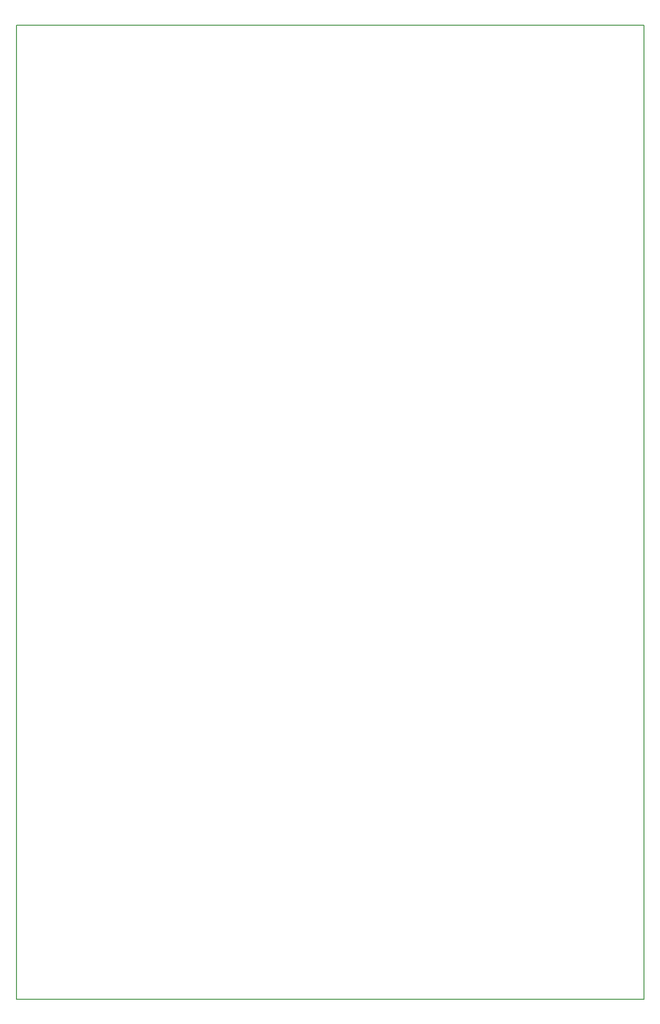
<source format=gbr>
G04 PROTEUS GERBER X2 FILE*
%TF.GenerationSoftware,Labcenter,Proteus,8.9-SP2-Build28501*%
%TF.CreationDate,2020-06-14T21:48:05+00:00*%
%TF.FileFunction,NonPlated,1,2,NPTH*%
%TF.FilePolarity,Positive*%
%TF.Part,Single*%
%TF.SameCoordinates,{e504a607-b79b-4a28-9592-e2b99df874d4}*%
%FSLAX45Y45*%
%MOMM*%
G01*
%TA.AperFunction,Profile*%
%ADD19C,0.203200*%
%TD.AperFunction*%
D19*
X-5900000Y-9000000D02*
X+5700000Y-9000000D01*
X+5700000Y+9000000D01*
X-5900000Y+9000000D01*
X-5900000Y-9000000D01*
M02*

</source>
